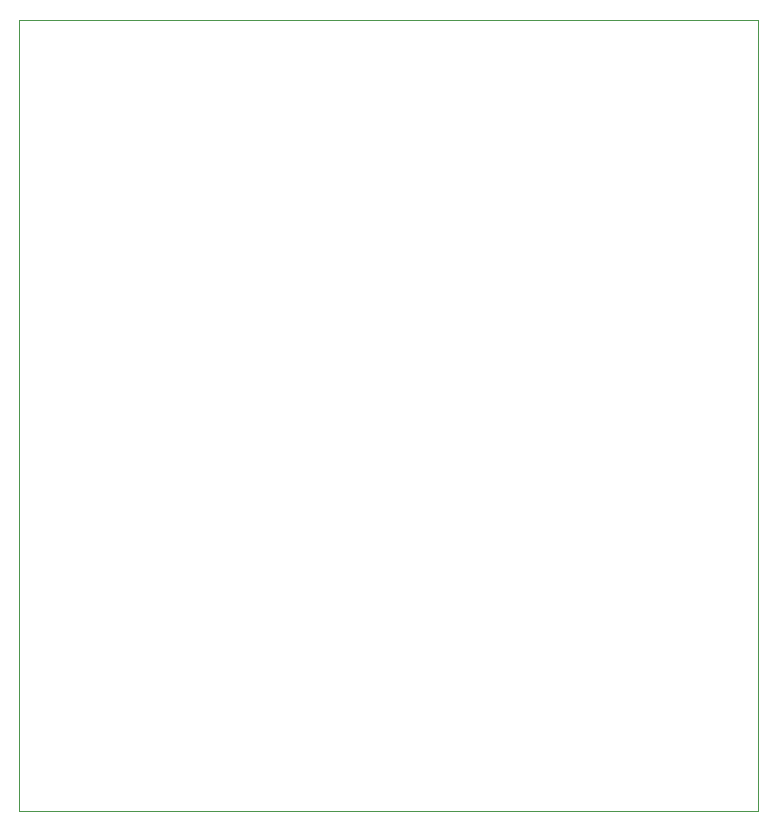
<source format=gbr>
%TF.GenerationSoftware,KiCad,Pcbnew,8.0.4-8.0.4-0~ubuntu22.04.1*%
%TF.CreationDate,2024-09-03T10:52:53+09:00*%
%TF.ProjectId,control_board,636f6e74-726f-46c5-9f62-6f6172642e6b,rev?*%
%TF.SameCoordinates,Original*%
%TF.FileFunction,Profile,NP*%
%FSLAX46Y46*%
G04 Gerber Fmt 4.6, Leading zero omitted, Abs format (unit mm)*
G04 Created by KiCad (PCBNEW 8.0.4-8.0.4-0~ubuntu22.04.1) date 2024-09-03 10:52:53*
%MOMM*%
%LPD*%
G01*
G04 APERTURE LIST*
%TA.AperFunction,Profile*%
%ADD10C,0.050000*%
%TD*%
G04 APERTURE END LIST*
D10*
X118700000Y-67200000D02*
X181300000Y-67200000D01*
X181300000Y-134200000D01*
X118700000Y-134200000D01*
X118700000Y-67200000D01*
M02*

</source>
